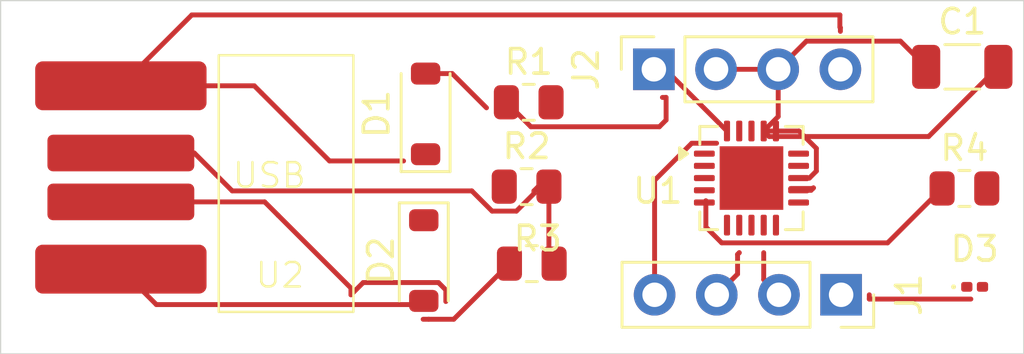
<source format=kicad_pcb>
(kicad_pcb (version 20241229) (generator "pcbnew") (generator_version "9.0")
  (layers (0 "F.Cu" signal) (2 "B.Cu" signal) (13 "F.Paste" user) (15 "B.Paste" user) (5 "F.SilkS" user "F.Silkscreen") (7 "B.SilkS" user "B.Silkscreen") (1 "F.Mask" user) (3 "B.Mask" user) (25 "Edge.Cuts" user))
  (net 0 "")
  (net 1 "+5V")
  (net 2 "GND")
  (net 3 "Net-(D1-K)")
  (net 4 "Net-(D2-K)")
  (net 5 "Net-(D3-A)")
  (net 6 "Net-(J1-Pin_1)")
  (net 7 "Net-(J1-Pin_3)")
  (net 8 "Net-(J1-Pin_2)")
  (net 9 "Net-(J2-Pin_3)")
  (net 10 "Net-(J2-Pin_1)")
  (net 11 "Net-(J2-Pin_2)")
  (footprint "Resistor_SMD:R_0805_2012Metric" (layer "F.Cu") (at 129.225 90.960202)
    (property "Reference" "R3" (at 0.245 -1.025 0) (layer "F.SilkS"))
    (property "Value" ".")
    (fp_line (start -0.227064 -0.735) (end 0.227064 -0.735) (stroke (width 0.12)) (layer "F.SilkS"))
    (fp_line (start -0.227064 0.735) (end 0.227064 0.735) (stroke (width 0.12)) (layer "F.SilkS"))
    (pad "1" smd roundrect (at -0.9125 0) (size 1.025 1.4) (layers "F.Cu" "F.Mask" "F.Paste") (roundrect_rratio 0.243902) (net 1 "+5V"))
    (pad "2" smd roundrect (at 0.9125 0) (size 1.025 1.4) (layers "F.Cu" "F.Mask" "F.Paste") (roundrect_rratio 0.243902) (net 3 "Net-(D1-K)"))
  )
  (footprint "Package_DFN_QFN:QFN-20-1EP_4x4mm_P0.5mm_EP2.6x2.6mm" (layer "F.Cu") (at 138.2 87.460202)
    (property "Reference" "U1" (at -3.825 0.525 0) (layer "F.SilkS"))
    (property "Value" ".")
    (fp_line (start -2.11 -2.11) (end -1.385 -2.11) (stroke (width 0.12)) (layer "F.SilkS"))
    (fp_line (start -2.11 -1.385) (end -2.11 -2.11) (stroke (width 0.12)) (layer "F.SilkS"))
    (fp_line (start -2.11 2.11) (end -2.11 1.385) (stroke (width 0.12)) (layer "F.SilkS"))
    (fp_line (start -1.385 2.11) (end -2.11 2.11) (stroke (width 0.12)) (layer "F.SilkS"))
    (fp_line (start 1.385 -2.11) (end 2.11 -2.11) (stroke (width 0.12)) (layer "F.SilkS"))
    (fp_line (start 2.11 -2.11) (end 2.11 -1.385) (stroke (width 0.12)) (layer "F.SilkS"))
    (fp_line (start 2.11 1.385) (end 2.11 2.11) (stroke (width 0.12)) (layer "F.SilkS"))
    (fp_line (start 2.11 2.11) (end 1.385 2.11) (stroke (width 0.12)) (layer "F.SilkS"))
    (fp_poly (pts (xy -2.61 -1) (xy -2.94 -0.76) (xy -2.94 -1.24)) (stroke (width 0.12)) (fill yes) (layer "F.SilkS"))
    (pad "1" smd roundrect (at -1.925 -1) (size 0.85 0.25) (layers "F.Cu" "F.Mask" "F.Paste") (net 6 "Net-(J1-Pin_1)"))
    (pad "2" smd roundrect (at -1.925 -0.5) (size 0.85 0.25) (layers "F.Cu" "F.Mask" "F.Paste") (net 8 "Net-(J1-Pin_2)"))
    (pad "3" smd roundrect (at -1.925 0) (size 0.85 0.25) (layers "F.Cu" "F.Mask" "F.Paste"))
    (pad "4" smd roundrect (at -1.925 0.5) (size 0.85 0.25) (layers "F.Cu" "F.Mask" "F.Paste"))
    (pad "5" smd roundrect (at -1.925 1) (size 0.85 0.25) (layers "F.Cu" "F.Mask" "F.Paste") (net 7 "Net-(J1-Pin_3)"))
    (pad "6" smd roundrect (at -1 1.925) (size 0.25 0.85) (layers "F.Cu" "F.Mask" "F.Paste"))
    (pad "7" smd roundrect (at -0.5 1.925) (size 0.25 0.85) (layers "F.Cu" "F.Mask" "F.Paste"))
    (pad "8" smd roundrect (at 0 1.925) (size 0.25 0.85) (layers "F.Cu" "F.Mask" "F.Paste") (net 2 "GND"))
    (pad "9" smd roundrect (at 0.5 1.925) (size 0.25 0.85) (layers "F.Cu" "F.Mask" "F.Paste"))
    (pad "10" smd roundrect (at 1 1.925) (size 0.25 0.85) (layers "F.Cu" "F.Mask" "F.Paste"))
    (pad "11" smd roundrect (at 1.925 1) (size 0.85 0.25) (layers "F.Cu" "F.Mask" "F.Paste") (net 10 "Net-(J2-Pin_1)"))
    (pad "12" smd roundrect (at 1.925 0.5) (size 0.85 0.25) (layers "F.Cu" "F.Mask" "F.Paste") (net 11 "Net-(J2-Pin_2)"))
    (pad "13" smd roundrect (at 1.925 0) (size 0.85 0.25) (layers "F.Cu" "F.Mask" "F.Paste"))
    (pad "14" smd roundrect (at 1.925 -0.5) (size 0.85 0.25) (layers "F.Cu" "F.Mask" "F.Paste") (net 9 "Net-(J2-Pin_3)"))
    (pad "15" smd roundrect (at 1.925 -1) (size 0.85 0.25) (layers "F.Cu" "F.Mask" "F.Paste") (net 1 "+5V"))
    (pad "16" smd roundrect (at 1 -1.925) (size 0.25 0.85) (layers "F.Cu" "F.Mask" "F.Paste"))
    (pad "17" smd roundrect (at 0.5 -1.925) (size 0.25 0.85) (layers "F.Cu" "F.Mask" "F.Paste"))
    (pad "18" smd roundrect (at 0 -1.925) (size 0.25 0.85) (layers "F.Cu" "F.Mask" "F.Paste"))
    (pad "19" smd roundrect (at -0.5 -1.925) (size 0.25 0.85) (layers "F.Cu" "F.Mask" "F.Paste"))
    (pad "20" smd roundrect (at -1 -1.925) (size 0.25 0.85) (layers "F.Cu" "F.Mask" "F.Paste"))
    (pad "21" smd rect (at 0 0) (size 2.6 2.6) (property pad_prop_heatsink) (layers "F.Cu" "F.Mask") (net 2 "GND"))
  )
  (footprint "Resistor_SMD:R_0805_2012Metric" (layer "F.Cu") (at 129.0125 87.810202)
    (property "Reference" "R2" (at 0 -1.65 0) (layer "F.SilkS"))
    (property "Value" ".")
    (fp_line (start -0.227064 -0.735) (end 0.227064 -0.735) (stroke (width 0.12)) (layer "F.SilkS"))
    (fp_line (start -0.227064 0.735) (end 0.227064 0.735) (stroke (width 0.12)) (layer "F.SilkS"))
    (pad "1" smd roundrect (at -0.9125 0) (size 1.025 1.4) (layers "F.Cu" "F.Mask" "F.Paste") (roundrect_rratio 0.243902) (net 8 "Net-(J1-Pin_2)"))
    (pad "2" smd roundrect (at 0.9125 0) (size 1.025 1.4) (layers "F.Cu" "F.Mask" "F.Paste") (roundrect_rratio 0.243902) (net 3 "Net-(D1-K)"))
  )
  (footprint "1.MY-CUSTOM-library:PCB_USB_connector" (layer "F.Cu") (at 112.4375 87.435202)
    (property "Reference" "U2" (at 6.5 4 0) (layer "F.SilkS") (effects (font (thickness 0.1))))
    (property "Value" "~")
    (fp_rect (start 4 -5) (end 9.5 5.5) (stroke (width 0.1)) (fill no) (layer "F.SilkS"))
    (fp_text user "USB" (at 4.5 0.5 0) (layer "F.SilkS") (effects (font (thickness 0.1)) (justify left bottom)))
    (pad "1" smd roundrect (at 0 -3.75) (size 7 2) (layers "F.Cu" "F.Mask" "F.Paste") (roundrect_rratio 0.15) (net 1 "+5V"))
    (pad "2" smd roundrect (at 0 -1) (size 6 1.5) (layers "F.Cu" "F.Mask" "F.Paste") (roundrect_rratio 0.15) (net 3 "Net-(D1-K)"))
    (pad "3" smd roundrect (at 0 1) (size 6 1.5) (layers "F.Cu" "F.Mask" "F.Paste") (roundrect_rratio 0.15) (net 4 "Net-(D2-K)"))
    (pad "4" smd roundrect (at 0 3.75) (size 7 2) (layers "F.Cu" "F.Mask" "F.Paste") (roundrect_rratio 0.15) (net 2 "GND"))
  )
  (footprint "Resistor_SMD:R_0805_2012Metric" (layer "F.Cu") (at 146.9 87.885202)
    (property "Reference" "R4" (at 0 -1.65 0) (layer "F.SilkS"))
    (property "Value" ".")
    (fp_line (start -0.227064 -0.735) (end 0.227064 -0.735) (stroke (width 0.12)) (layer "F.SilkS"))
    (fp_line (start -0.227064 0.735) (end 0.227064 0.735) (stroke (width 0.12)) (layer "F.SilkS"))
    (pad "1" smd roundrect (at -0.9125 0) (size 1.025 1.4) (layers "F.Cu" "F.Mask" "F.Paste") (roundrect_rratio 0.243902) (net 7 "Net-(J1-Pin_3)"))
    (pad "2" smd roundrect (at 0.9125 0) (size 1.025 1.4) (layers "F.Cu" "F.Mask" "F.Paste") (roundrect_rratio 0.243902) (net 4 "Net-(D2-K)"))
  )
  (footprint "Capacitor_SMD:C_1206_3216Metric" (layer "F.Cu") (at 146.8125 82.910202)
    (property "Reference" "C1" (at 0 -1.85 0) (layer "F.SilkS"))
    (property "Value" ".")
    (fp_line (start -0.711252 -0.91) (end 0.711252 -0.91) (stroke (width 0.12)) (layer "F.SilkS"))
    (fp_line (start -0.711252 0.91) (end 0.711252 0.91) (stroke (width 0.12)) (layer "F.SilkS"))
    (pad "1" smd roundrect (at -1.475 0) (size 1.15 1.8) (layers "F.Cu" "F.Mask" "F.Paste") (roundrect_rratio 0.217391))
    (pad "2" smd roundrect (at 1.475 0) (size 1.15 1.8) (layers "F.Cu" "F.Mask" "F.Paste") (roundrect_rratio 0.217391))
  )
  (footprint "LED_SMD:LED_0201_0603Metric" (layer "F.Cu") (at 147.3175 91.910202)
    (property "Reference" "D3" (at 0 -1.55 0) (layer "F.SilkS"))
    (property "Value" "LED")
    (fp_circle (center -0.86 0) (end -0.81 0) (stroke (width 0.1)) (fill no) (layer "F.SilkS"))
    (pad "1" smd roundrect (at -0.32 0) (size 0.46 0.4) (layers "F.Cu" "F.Mask") (net 2 "GND"))
    (pad "2" smd roundrect (at 0.32 0) (size 0.46 0.4) (layers "F.Cu" "F.Mask"))
  )
  (footprint "Connector_PinSocket_2.54mm:PinSocket_1x04_P2.54mm_Vertical" (layer "F.Cu") (at 134.2125 83.010202 90)
    (property "Reference" "J2" (at 0 -2.77 90) (layer "F.SilkS"))
    (property "Value" ".")
    (fp_line (start 1.33 -1.33) (end 1.33 0) (stroke (width 0.12)) (layer "F.SilkS"))
    (fp_line (start 0 -1.33) (end 1.33 -1.33) (stroke (width 0.12)) (layer "F.SilkS"))
    (fp_line (start 1.33 1.27) (end 1.33 8.95) (stroke (width 0.12)) (layer "F.SilkS"))
    (fp_line (start -1.33 1.27) (end 1.33 1.27) (stroke (width 0.12)) (layer "F.SilkS"))
    (fp_line (start -1.33 1.27) (end -1.33 8.95) (stroke (width 0.12)) (layer "F.SilkS"))
    (fp_line (start -1.33 8.95) (end 1.33 8.95) (stroke (width 0.12)) (layer "F.SilkS"))
    (pad "1" thru_hole rect (at 0 0 90) (size 1.7 1.7) (drill 1) (layers "*.Cu" "*.Mask"))
    (pad "2" thru_hole circle (at 0 2.54 90) (size 1.7 1.7) (drill 1) (layers "*.Cu" "*.Mask"))
    (pad "3" thru_hole circle (at 0 5.08 90) (size 1.7 1.7) (drill 1) (layers "*.Cu" "*.Mask"))
    (pad "4" thru_hole circle (at 0 7.62 90) (size 1.7 1.7) (drill 1) (layers "*.Cu" "*.Mask") (net 1 "+5V"))
  )
  (footprint "Diode_SMD:D_SOD-123" (layer "F.Cu") (at 124.8875 84.835202 90)
    (property "Reference" "D1" (at 0 -2 90) (layer "F.SilkS"))
    (property "Value" ".")
    (fp_line (start -2.36 -1) (end 1.65 -1) (stroke (width 0.12)) (layer "F.SilkS"))
    (fp_line (start -2.36 -1) (end -2.36 1) (stroke (width 0.12)) (layer "F.SilkS"))
    (fp_line (start -2.36 1) (end 1.65 1) (stroke (width 0.12)) (layer "F.SilkS"))
    (pad "1" smd roundrect (at -1.65 0 90) (size 0.9 1.2) (layers "F.Cu" "F.Mask" "F.Paste"))
    (pad "2" smd roundrect (at 1.65 0 90) (size 0.9 1.2) (layers "F.Cu" "F.Mask" "F.Paste") (net 2 "GND"))
  )
  (footprint "Resistor_SMD:R_0805_2012Metric" (layer "F.Cu") (at 129.1 84.360202)
    (property "Reference" "R1" (at 0 -1.65 0) (layer "F.SilkS"))
    (property "Value" ".")
    (fp_line (start -0.227064 -0.735) (end 0.227064 -0.735) (stroke (width 0.12)) (layer "F.SilkS"))
    (fp_line (start -0.227064 0.735) (end 0.227064 0.735) (stroke (width 0.12)) (layer "F.SilkS"))
    (pad "1" smd roundrect (at -0.9125 0) (size 1.025 1.4) (layers "F.Cu" "F.Mask" "F.Paste") (roundrect_rratio 0.243902) (net 11 "Net-(J2-Pin_2)"))
    (pad "2" smd roundrect (at 0.9125 0) (size 1.025 1.4) (layers "F.Cu" "F.Mask" "F.Paste") (roundrect_rratio 0.243902) (net 5 "Net-(D3-A)"))
  )
  (footprint "Connector_PinSocket_2.54mm:PinSocket_1x04_P2.54mm_Vertical" (layer "F.Cu") (at 141.8625 92.235202 -90)
    (property "Reference" "J1" (at 0 -2.77 90) (layer "F.SilkS"))
    (property "Value" ".")
    (fp_line (start -1.33 8.95) (end 1.33 8.95) (stroke (width 0.12)) (layer "F.SilkS"))
    (fp_line (start -1.33 1.27) (end -1.33 8.95) (stroke (width 0.12)) (layer "F.SilkS"))
    (fp_line (start -1.33 1.27) (end 1.33 1.27) (stroke (width 0.12)) (layer "F.SilkS"))
    (fp_line (start 1.33 1.27) (end 1.33 8.95) (stroke (width 0.12)) (layer "F.SilkS"))
    (fp_line (start 0 -1.33) (end 1.33 -1.33) (stroke (width 0.12)) (layer "F.SilkS"))
    (fp_line (start 1.33 -1.33) (end 1.33 0) (stroke (width 0.12)) (layer "F.SilkS"))
    (pad "1" thru_hole rect (at 0 0 270) (size 1.7 1.7) (drill 1) (layers "*.Cu" "*.Mask"))
    (pad "2" thru_hole circle (at 0 2.54 270) (size 1.7 1.7) (drill 1) (layers "*.Cu" "*.Mask"))
    (pad "3" thru_hole circle (at 0 5.08 270) (size 1.7 1.7) (drill 1) (layers "*.Cu" "*.Mask"))
    (pad "4" thru_hole circle (at 0 7.62 270) (size 1.7 1.7) (drill 1) (layers "*.Cu" "*.Mask") (net 2 "GND"))
  )
  (footprint "Diode_SMD:D_SOD-123" (layer "F.Cu") (at 124.8125 90.835202 -90)
    (property "Reference" "D2" (at 0 1.75 90) (layer "F.SilkS"))
    (property "Value" ".")
    (fp_line (start -2.36 1) (end 1.65 1) (stroke (width 0.12)) (layer "F.SilkS"))
    (fp_line (start -2.36 -1) (end -2.36 1) (stroke (width 0.12)) (layer "F.SilkS"))
    (fp_line (start -2.36 -1) (end 1.65 -1) (stroke (width 0.12)) (layer "F.SilkS"))
    (pad "1" smd roundrect (at -1.65 0 270) (size 0.9 1.2) (layers "F.Cu" "F.Mask" "F.Paste"))
    (pad "2" smd roundrect (at 1.65 0 270) (size 0.9 1.2) (layers "F.Cu" "F.Mask" "F.Paste") (net 2 "GND"))
  )
  (gr_rect (start 107.525 80.2) (end 149.325 94.65) (stroke (width 0.05)) (fill no) (layer "Edge.Cuts"))
  (segment (start 147.1625 92.410202) (end 143.0135 92.410202) (width 0.2) (layer "F.Cu") (net 0))
  (segment (start 136.7525 83.010202) (end 139.2925 83.010202) (width 0.2) (layer "F.Cu") (net 0))
  (segment (start 139.2925 83.010202) (end 139.2925 84.942702) (width 0.2) (layer "F.Cu") (net 0))
  (segment (start 137.6325 91.385202) (end 137.6325 90.582202) (width 0.2) (layer "F.Cu") (net 0))
  (segment (start 136.7825 92.235202) (end 137.6325 91.385202) (width 0.2) (layer "F.Cu") (net 0))
  (segment (start 140.140798 85.535202) (end 138.7 85.535202) (width 0.2) (layer "F.Cu") (net 0))
  (segment (start 144.2865 81.859202) (end 140.4435 81.859202) (width 0.2) (layer "F.Cu") (net 0))
  (segment (start 137.7 90.514702) (end 137.7 90.512202) (width 0.2) (layer "F.Cu") (net 0))
  (segment (start 145.3375 82.910202) (end 144.2865 81.859202) (width 0.2) (layer "F.Cu") (net 0))
  (segment (start 139.2925 84.942702) (end 138.7 85.535202) (width 0.2) (layer "F.Cu") (net 0))
  (segment (start 140.851 87.175) (end 140.851 86.245404) (width 0.2) (layer "F.Cu") (net 0))
  (segment (start 140.125 87.460202) (end 140.565798 87.460202) (width 0.2) (layer "F.Cu") (net 0))
  (segment (start 134.2125 83.010202) (end 134.675 83.010202) (width 0.2) (layer "F.Cu") (net 0))
  (segment (start 137.6325 90.582202) (end 137.7 90.514702) (width 0.2) (layer "F.Cu") (net 0))
  (segment (start 143.0135 92.410202) (end 143.0135 92.235202) (width 0.2) (layer "F.Cu") (net 0))
  (segment (start 139.3225 92.235202) (end 138.7 91.612702) (width 0.2) (layer "F.Cu") (net 0))
  (segment (start 140.4435 81.859202) (end 139.2925 83.010202) (width 0.2) (layer "F.Cu") (net 0))
  (segment (start 138.925 85.760202) (end 138.7 85.535202) (width 0.2) (layer "F.Cu") (net 0))
  (segment (start 134.675 83.010202) (end 137.2 85.535202) (width 0.2) (layer "F.Cu") (net 0))
  (segment (start 145.4375 85.760202) (end 138.925 85.760202) (width 0.2) (layer "F.Cu") (net 0))
  (segment (start 148.2875 82.910202) (end 145.4375 85.760202) (width 0.2) (layer "F.Cu") (net 0))
  (segment (start 140.851 86.245404) (end 140.140798 85.535202) (width 0.2) (layer "F.Cu") (net 0))
  (segment (start 138.7 91.612702) (end 138.7 90.512202) (width 0.2) (layer "F.Cu") (net 0))
  (segment (start 140.565798 87.460202) (end 140.851 87.175) (width 0.2) (layer "F.Cu") (net 0))
  (segment (start 120.9625 86.760202) (end 123.9865 86.760202) (width 0.2) (layer "F.Cu") (net 1))
  (segment (start 118.1875 83.985202) (end 120.9625 86.760202) (width 0.2) (layer "F.Cu") (net 1))
  (segment (start 141.8115 81.284202) (end 141.8325 81.305202) (width 0.2) (layer "F.Cu") (net 1))
  (segment (start 125.0125 93.236202) (end 124.7875 93.236202) (width 0.2) (layer "F.Cu") (net 1))
  (segment (start 126.0365 93.236202) (end 125.0125 93.236202) (width 0.2) (layer "F.Cu") (net 1))
  (segment (start 112.4375 83.685202) (end 117.8875 83.685202) (width 0.2) (layer "F.Cu") (net 1))
  (segment (start 141.8115 80.786202) (end 141.8115 81.284202) (width 0.2) (layer "F.Cu") (net 1))
  (segment (start 115.3365 80.786202) (end 141.8115 80.786202) (width 0.2) (layer "F.Cu") (net 1))
  (segment (start 112.4375 83.685202) (end 115.3365 80.786202) (width 0.2) (layer "F.Cu") (net 1))
  (segment (start 128.3125 90.960202) (end 126.0365 93.236202) (width 0.2) (layer "F.Cu") (net 1))
  (segment (start 117.8875 83.685202) (end 118.1875 83.985202) (width 0.2) (layer "F.Cu") (net 1))
  (segment (start 141.8325 81.305202) (end 141.8325 81.458202) (width 0.2) (layer "F.Cu") (net 1))
  (segment (start 134.2425 92.235202) (end 134.2425 87.551904) (width 0.2) (layer "F.Cu") (net 2))
  (segment (start 124.6615 92.636202) (end 124.8125 92.485202) (width 0.2) (layer "F.Cu") (net 2))
  (segment (start 124.8875 83.185202) (end 125.974 83.185202) (width 0.2) (layer "F.Cu") (net 2))
  (segment (start 112.4375 91.185202) (end 113.8885 92.636202) (width 0.2) (layer "F.Cu") (net 2))
  (segment (start 134.2425 87.551904) (end 135.760202 86.034202) (width 0.2) (layer "F.Cu") (net 2))
  (segment (start 135.760202 86.034202) (end 136.774 86.034202) (width 0.2) (layer "F.Cu") (net 2))
  (segment (start 125.974 83.185202) (end 127.374 84.585202) (width 0.2) (layer "F.Cu") (net 2))
  (segment (start 113.8885 92.636202) (end 124.6615 92.636202) (width 0.2) (layer "F.Cu") (net 2))
  (segment (start 127.60234 88.811202) (end 128.59766 88.811202) (width 0.2) (layer "F.Cu") (net 3))
  (segment (start 116.9875 87.985202) (end 126.77634 87.985202) (width 0.2) (layer "F.Cu") (net 3))
  (segment (start 129.3125 87.985202) (end 129.4875 87.810202) (width 0.2) (layer "F.Cu") (net 3))
  (segment (start 112.4375 86.435202) (end 115.4375 86.435202) (width 0.2) (layer "F.Cu") (net 3))
  (segment (start 129.3125 88.096362) (end 129.3125 87.985202) (width 0.2) (layer "F.Cu") (net 3))
  (segment (start 115.4375 86.435202) (end 116.9875 87.985202) (width 0.2) (layer "F.Cu") (net 3))
  (segment (start 128.59766 88.811202) (end 129.3125 88.096362) (width 0.2) (layer "F.Cu") (net 3))
  (segment (start 129.4875 87.810202) (end 129.925 87.810202) (width 0.2) (layer "F.Cu") (net 3))
  (segment (start 129.925 90.747702) (end 130.1375 90.960202) (width 0.2) (layer "F.Cu") (net 3))
  (segment (start 129.925 87.810202) (end 129.925 90.747702) (width 0.2) (layer "F.Cu") (net 3))
  (segment (start 126.77634 87.985202) (end 127.60234 88.811202) (width 0.2) (layer "F.Cu") (net 3))
  (segment (start 121.8375 91.960202) (end 121.8375 92.235202) (width 0.2) (layer "F.Cu") (net 4))
  (segment (start 118.8625 88.985202) (end 121.8375 91.960202) (width 0.2) (layer "F.Cu") (net 4))
  (segment (start 125.7135 92.036092) (end 125.7135 92.510202) (width 0.2) (layer "F.Cu") (net 4))
  (segment (start 112.4375 88.435202) (end 118.3125 88.435202) (width 0.2) (layer "F.Cu") (net 4))
  (segment (start 122.3385 91.734202) (end 125.41161 91.734202) (width 0.2) (layer "F.Cu") (net 4))
  (segment (start 125.41161 91.734202) (end 125.7135 92.036092) (width 0.2) (layer "F.Cu") (net 4))
  (segment (start 121.8375 92.235202) (end 122.3385 91.734202) (width 0.2) (layer "F.Cu") (net 4))
  (segment (start 118.3125 88.435202) (end 118.8625 88.985202) (width 0.2) (layer "F.Cu") (net 4))
  (segment (start 143.7615 90.111202) (end 136.985202 90.111202) (width 0.2) (layer "F.Cu") (net 7))
  (segment (start 136.3375 89.4635) (end 136.3375 88.386202) (width 0.2) (layer "F.Cu") (net 7))
  (segment (start 136.985202 90.111202) (end 136.3375 89.4635) (width 0.2) (layer "F.Cu") (net 7))
  (segment (start 145.9875 87.885202) (end 143.7615 90.111202) (width 0.2) (layer "F.Cu") (net 7))
  (segment (start 128.1875 84.360202) (end 129.1885 85.361202) (width 0.2) (layer "F.Cu") (net 11))
  (segment (start 140.125 87.960202) (end 140.632898 87.960202) (width 0.2) (layer "F.Cu") (net 11))
  (segment (start 140.706898 87.886202) (end 139.801 87.886202) (width 0.2) (layer "F.Cu") (net 11))
  (segment (start 134.7125 85.085202) (end 134.7125 84.161202) (width 0.2) (layer "F.Cu") (net 11))
  (segment (start 129.1885 85.361202) (end 134.4365 85.361202) (width 0.2) (layer "F.Cu") (net 11))
  (segment (start 140.731898 87.861202) (end 140.706898 87.886202) (width 0.2) (layer "F.Cu") (net 11))
  (segment (start 134.7125 84.161202) (end 134.5625 84.161202) (width 0.2) (layer "F.Cu") (net 11))
  (segment (start 140.632898 87.960202) (end 140.731898 87.861202) (width 0.2) (layer "F.Cu") (net 11))
  (segment (start 134.4365 85.361202) (end 134.7125 85.085202) (width 0.2) (layer "F.Cu") (net 11))
)
</source>
